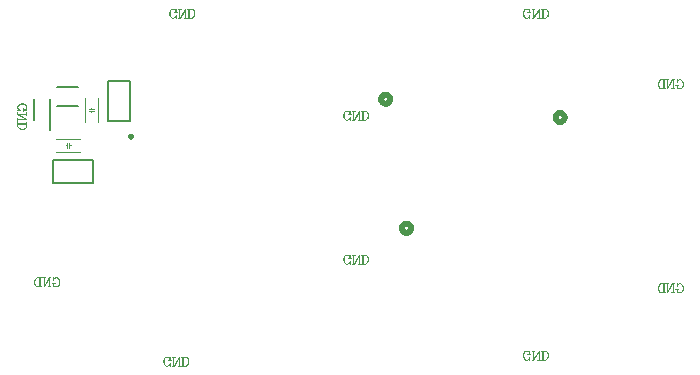
<source format=gbr>
%FSTAX23Y23*%
%MOIN*%
%SFA1B1*%

%IPPOS*%
%ADD48C,0.020000*%
%ADD49C,0.009843*%
%ADD50C,0.006000*%
%ADD51C,0.007874*%
%ADD52C,0.003937*%
%ADD53C,0.003150*%
%ADD54C,0.003000*%
G54D48*
X00106Y00291D02*
D01*
X00106Y00292*
X00106Y00293*
X00106Y00294*
X00106Y00295*
X00106Y00296*
X00105Y00297*
X00105Y00298*
X00104Y00299*
X00104Y003*
X00103Y003*
X00102Y00301*
X00101Y00302*
X00101Y00303*
X001Y00303*
X00099Y00304*
X00098Y00304*
X00097Y00305*
X00096Y00305*
X00095Y00305*
X00094Y00306*
X00093Y00306*
X00092Y00306*
X00091*
X0009Y00306*
X00089Y00306*
X00088Y00305*
X00087Y00305*
X00086Y00305*
X00085Y00304*
X00084Y00304*
X00083Y00303*
X00082Y00303*
X00081Y00302*
X00081Y00301*
X0008Y003*
X00079Y003*
X00079Y00299*
X00078Y00298*
X00078Y00297*
X00077Y00296*
X00077Y00295*
X00077Y00294*
X00077Y00293*
X00076Y00292*
X00076Y00291*
X00076Y0029*
X00077Y00289*
X00077Y00288*
X00077Y00287*
X00077Y00286*
X00078Y00285*
X00078Y00284*
X00079Y00283*
X00079Y00282*
X0008Y00281*
X00081Y0028*
X00081Y0028*
X00082Y00279*
X00083Y00278*
X00084Y00278*
X00085Y00277*
X00086Y00277*
X00087Y00277*
X00088Y00276*
X00089Y00276*
X0009Y00276*
X00091Y00276*
X00092*
X00093Y00276*
X00094Y00276*
X00095Y00276*
X00096Y00277*
X00097Y00277*
X00098Y00277*
X00099Y00278*
X001Y00278*
X00101Y00279*
X00101Y0028*
X00102Y0028*
X00103Y00281*
X00104Y00282*
X00104Y00283*
X00105Y00284*
X00105Y00285*
X00106Y00286*
X00106Y00287*
X00106Y00288*
X00106Y00289*
X00106Y0029*
X00106Y00291*
X00176Y-00139D02*
D01*
X00176Y-00138*
X00176Y-00137*
X00176Y-00136*
X00175Y-00135*
X00175Y-00134*
X00175Y-00133*
X00174Y-00132*
X00174Y-00131*
X00173Y-00131*
X00172Y-0013*
X00172Y-00129*
X00171Y-00128*
X0017Y-00128*
X00169Y-00127*
X00168Y-00126*
X00168Y-00126*
X00167Y-00126*
X00166Y-00125*
X00165Y-00125*
X00164Y-00125*
X00163Y-00125*
X00161Y-00124*
X0016*
X00159Y-00125*
X00158Y-00125*
X00157Y-00125*
X00156Y-00125*
X00155Y-00126*
X00154Y-00126*
X00153Y-00126*
X00153Y-00127*
X00152Y-00128*
X00151Y-00128*
X0015Y-00129*
X00149Y-0013*
X00149Y-00131*
X00148Y-00131*
X00148Y-00132*
X00147Y-00133*
X00147Y-00134*
X00147Y-00135*
X00146Y-00136*
X00146Y-00137*
X00146Y-00138*
X00146Y-00139*
X00146Y-0014*
X00146Y-00142*
X00146Y-00143*
X00147Y-00144*
X00147Y-00145*
X00147Y-00146*
X00148Y-00146*
X00148Y-00147*
X00149Y-00148*
X00149Y-00149*
X0015Y-0015*
X00151Y-00151*
X00152Y-00151*
X00153Y-00152*
X00153Y-00152*
X00154Y-00153*
X00155Y-00153*
X00156Y-00154*
X00157Y-00154*
X00158Y-00154*
X00159Y-00154*
X0016Y-00154*
X00161*
X00163Y-00154*
X00164Y-00154*
X00165Y-00154*
X00166Y-00154*
X00167Y-00153*
X00168Y-00153*
X00168Y-00152*
X00169Y-00152*
X0017Y-00151*
X00171Y-00151*
X00172Y-0015*
X00172Y-00149*
X00173Y-00148*
X00174Y-00147*
X00174Y-00146*
X00175Y-00146*
X00175Y-00145*
X00175Y-00144*
X00176Y-00143*
X00176Y-00142*
X00176Y-0014*
X00176Y-00139*
X00688Y0023D02*
D01*
X00688Y00231*
X00688Y00232*
X00688Y00233*
X00687Y00234*
X00687Y00235*
X00687Y00236*
X00686Y00237*
X00686Y00238*
X00685Y00239*
X00684Y0024*
X00684Y0024*
X00683Y00241*
X00682Y00242*
X00681Y00242*
X0068Y00243*
X00679Y00243*
X00678Y00244*
X00678Y00244*
X00677Y00244*
X00675Y00245*
X00674Y00245*
X00673Y00245*
X00672*
X00671Y00245*
X0067Y00245*
X00669Y00244*
X00668Y00244*
X00667Y00244*
X00666Y00243*
X00665Y00243*
X00664Y00242*
X00664Y00242*
X00663Y00241*
X00662Y0024*
X00661Y0024*
X00661Y00239*
X0066Y00238*
X0066Y00237*
X00659Y00236*
X00659Y00235*
X00658Y00234*
X00658Y00233*
X00658Y00232*
X00658Y00231*
X00658Y0023*
X00658Y00229*
X00658Y00228*
X00658Y00227*
X00658Y00226*
X00659Y00225*
X00659Y00224*
X0066Y00223*
X0066Y00222*
X00661Y00221*
X00661Y0022*
X00662Y0022*
X00663Y00219*
X00664Y00218*
X00664Y00218*
X00665Y00217*
X00666Y00216*
X00667Y00216*
X00668Y00216*
X00669Y00215*
X0067Y00215*
X00671Y00215*
X00672Y00215*
X00673*
X00674Y00215*
X00675Y00215*
X00677Y00215*
X00678Y00216*
X00678Y00216*
X00679Y00216*
X0068Y00217*
X00681Y00218*
X00682Y00218*
X00683Y00219*
X00684Y0022*
X00684Y0022*
X00685Y00221*
X00686Y00222*
X00686Y00223*
X00687Y00224*
X00687Y00225*
X00687Y00226*
X00688Y00227*
X00688Y00228*
X00688Y00229*
X00688Y0023*
G54D49*
X-00754Y00167D02*
D01*
X-00754Y00168*
X-00754Y00168*
X-00754Y00168*
X-00754Y00169*
X-00754Y00169*
X-00754Y00169*
X-00754Y0017*
X-00755Y0017*
X-00755Y0017*
X-00755Y00171*
X-00755Y00171*
X-00756Y00171*
X-00756Y00171*
X-00756Y00171*
X-00756Y00172*
X-00757Y00172*
X-00757Y00172*
X-00757Y00172*
X-00758Y00172*
X-00758Y00172*
X-00758Y00172*
X-00759Y00172*
X-00759*
X-00759Y00172*
X-0076Y00172*
X-0076Y00172*
X-0076Y00172*
X-00761Y00172*
X-00761Y00172*
X-00761Y00172*
X-00762Y00171*
X-00762Y00171*
X-00762Y00171*
X-00762Y00171*
X-00763Y00171*
X-00763Y0017*
X-00763Y0017*
X-00763Y0017*
X-00763Y00169*
X-00763Y00169*
X-00764Y00169*
X-00764Y00168*
X-00764Y00168*
X-00764Y00168*
X-00764Y00167*
X-00764Y00167*
X-00764Y00167*
X-00764Y00166*
X-00764Y00166*
X-00763Y00166*
X-00763Y00165*
X-00763Y00165*
X-00763Y00165*
X-00763Y00164*
X-00763Y00164*
X-00762Y00164*
X-00762Y00164*
X-00762Y00163*
X-00762Y00163*
X-00761Y00163*
X-00761Y00163*
X-00761Y00163*
X-0076Y00163*
X-0076Y00163*
X-0076Y00162*
X-00759Y00162*
X-00759Y00162*
X-00759*
X-00758Y00162*
X-00758Y00162*
X-00758Y00163*
X-00757Y00163*
X-00757Y00163*
X-00757Y00163*
X-00756Y00163*
X-00756Y00163*
X-00756Y00163*
X-00756Y00164*
X-00755Y00164*
X-00755Y00164*
X-00755Y00164*
X-00755Y00165*
X-00754Y00165*
X-00754Y00165*
X-00754Y00166*
X-00754Y00166*
X-00754Y00166*
X-00754Y00167*
X-00754Y00167*
X-00754Y00167*
G54D50*
X-0094Y00088D02*
X-00885D01*
Y00013D02*
Y00088D01*
X-01019Y00013D02*
X-00885D01*
X-01019D02*
Y00088D01*
X-0094*
X-0076Y00217D02*
Y00273D01*
X-00835Y00217D02*
X-0076D01*
X-00835D02*
Y00351D01*
X-0076*
Y00273D02*
Y00351D01*
G54D51*
X-01003Y0027D02*
X-00934D01*
X-01004Y00332D02*
X-00935D01*
X-0108Y00222D02*
Y00291D01*
X-01029Y0019D02*
Y00291D01*
G54D52*
X-00911Y00214D02*
Y00296D01*
X-00868Y00215D02*
Y00296D01*
X-01008Y00115D02*
X-00926D01*
X-01008Y00159D02*
X-00927D01*
G54D53*
X-0089Y00248D02*
Y00252D01*
Y0026D02*
Y00263D01*
X-00897Y0026D02*
X-00882D01*
X-00897Y00252D02*
X-00882D01*
X-00963Y00137D02*
X-00959D01*
X-00975D02*
X-00971D01*
Y00129D02*
Y00145D01*
X-00963Y00129D02*
Y00145D01*
G54D54*
X01063Y-00327D02*
X01061Y-00331D01*
Y-00323*
X01063Y-00327*
X01065Y-00324*
X0107Y-00323*
X01073*
X01077Y-00324*
X0108Y-00327*
X01081Y-0033*
X01083Y-00334*
Y-00341*
X01081Y-00345*
X0108Y-00348*
X01077Y-00351*
X01073Y-00352*
X0107*
X01065Y-00351*
X01063Y-00348*
X01073Y-00323D02*
X01075Y-00324D01*
X01078Y-00327*
X0108Y-0033*
X01081Y-00334*
Y-00341*
X0108Y-00345*
X01078Y-00348*
X01075Y-00351*
X01073Y-00352*
X01063Y-00341D02*
Y-00352D01*
X01061Y-00341D02*
Y-00352D01*
X01067Y-00341D02*
X01057D01*
X01049Y-00323D02*
Y-00352D01*
X01047Y-00323D02*
X0103Y-0035D01*
X01047Y-00325D02*
X0103Y-00352D01*
Y-00323D02*
Y-00352D01*
X01053Y-00323D02*
X01047D01*
X01034D02*
X01026D01*
X01053Y-00352D02*
X01044D01*
X01018Y-00323D02*
Y-00352D01*
X01016Y-00323D02*
Y-00352D01*
X01022Y-00323D02*
X01008D01*
X01004Y-00324*
X01001Y-00327*
X00999Y-0033*
X00998Y-00334*
Y-00341*
X00999Y-00345*
X01001Y-00348*
X01004Y-00351*
X01008Y-00352*
X01022*
X01008Y-00323D02*
X01005Y-00324D01*
X01002Y-00327*
X01001Y-0033*
X00999Y-00334*
Y-00341*
X01001Y-00345*
X01002Y-00348*
X01005Y-00351*
X01008Y-00352*
X01063Y00352D02*
X01061Y00348D01*
Y00357*
X01063Y00352*
X01065Y00355*
X0107Y00357*
X01073*
X01077Y00355*
X0108Y00352*
X01081Y00349*
X01083Y00345*
Y00338*
X01081Y00334*
X0108Y00331*
X01077Y00328*
X01073Y00327*
X0107*
X01065Y00328*
X01063Y00331*
X01073Y00357D02*
X01075Y00355D01*
X01078Y00352*
X0108Y00349*
X01081Y00345*
Y00338*
X0108Y00334*
X01078Y00331*
X01075Y00328*
X01073Y00327*
X01063Y00338D02*
Y00327D01*
X01061Y00338D02*
Y00327D01*
X01067Y00338D02*
X01057D01*
X01049Y00357D02*
Y00327D01*
X01047Y00357D02*
X0103Y00329D01*
X01047Y00354D02*
X0103Y00327D01*
Y00357D02*
Y00327D01*
X01053Y00357D02*
X01047D01*
X01034D02*
X01026D01*
X01053Y00327D02*
X01044D01*
X01018Y00357D02*
Y00327D01*
X01016Y00357D02*
Y00327D01*
X01022Y00357D02*
X01008D01*
X01004Y00355*
X01001Y00352*
X00999Y00349*
X00998Y00345*
Y00338*
X00999Y00334*
X01001Y00331*
X01004Y00328*
X01008Y00327*
X01022*
X01008Y00357D02*
X01005Y00355D01*
X01002Y00352*
X01001Y00349*
X00999Y00345*
Y00338*
X01001Y00334*
X01002Y00331*
X01005Y00328*
X01008Y00327*
X00568Y-00572D02*
X0057Y-00568D01*
Y-00577*
X00568Y-00572*
X00566Y-00575*
X00561Y-00577*
X00558*
X00554Y-00575*
X00551Y-00572*
X0055Y-00569*
X00549Y-00565*
Y-00558*
X0055Y-00554*
X00551Y-00551*
X00554Y-00548*
X00558Y-00547*
X00561*
X00566Y-00548*
X00568Y-00551*
X00558Y-00577D02*
X00556Y-00575D01*
X00553Y-00572*
X00551Y-00569*
X0055Y-00565*
Y-00558*
X00551Y-00554*
X00553Y-00551*
X00556Y-00548*
X00558Y-00547*
X00568Y-00558D02*
Y-00547D01*
X0057Y-00558D02*
Y-00547D01*
X00564Y-00558D02*
X00574D01*
X00582Y-00577D02*
Y-00547D01*
X00584Y-00577D02*
X00601Y-00549D01*
X00584Y-00574D02*
X00601Y-00547D01*
Y-00577D02*
Y-00547D01*
X00578Y-00577D02*
X00584D01*
X00597D02*
X00605D01*
X00578Y-00547D02*
X00587D01*
X00613Y-00577D02*
Y-00547D01*
X00615Y-00577D02*
Y-00547D01*
X00609Y-00577D02*
X00623D01*
X00627Y-00575*
X0063Y-00572*
X00632Y-00569*
X00633Y-00565*
Y-00558*
X00632Y-00554*
X0063Y-00551*
X00627Y-00548*
X00623Y-00547*
X00609*
X00623Y-00577D02*
X00626Y-00575D01*
X00629Y-00572*
X0063Y-00569*
X00632Y-00565*
Y-00558*
X0063Y-00554*
X00629Y-00551*
X00626Y-00548*
X00623Y-00547*
X00568Y00567D02*
X0057Y00571D01*
Y00563*
X00568Y00567*
X00566Y00564*
X00561Y00563*
X00558*
X00554Y00564*
X00551Y00567*
X0055Y0057*
X00549Y00574*
Y00581*
X0055Y00585*
X00551Y00588*
X00554Y00591*
X00558Y00592*
X00561*
X00566Y00591*
X00568Y00588*
X00558Y00563D02*
X00556Y00564D01*
X00553Y00567*
X00551Y0057*
X0055Y00574*
Y00581*
X00551Y00585*
X00553Y00588*
X00556Y00591*
X00558Y00592*
X00568Y00581D02*
Y00592D01*
X0057Y00581D02*
Y00592D01*
X00564Y00581D02*
X00574D01*
X00582Y00563D02*
Y00592D01*
X00584Y00563D02*
X00601Y0059D01*
X00584Y00565D02*
X00601Y00592D01*
Y00563D02*
Y00592D01*
X00578Y00563D02*
X00584D01*
X00597D02*
X00605D01*
X00578Y00592D02*
X00587D01*
X00613Y00563D02*
Y00592D01*
X00615Y00563D02*
Y00592D01*
X00609Y00563D02*
X00623D01*
X00627Y00564*
X0063Y00567*
X00632Y0057*
X00633Y00574*
Y00581*
X00632Y00585*
X0063Y00588*
X00627Y00591*
X00623Y00592*
X00609*
X00623Y00563D02*
X00626Y00564D01*
X00629Y00567*
X0063Y0057*
X00632Y00574*
Y00581*
X0063Y00585*
X00629Y00588*
X00626Y00591*
X00623Y00592*
X-00031Y-00252D02*
X-00029Y-00248D01*
Y-00257*
X-00031Y-00252*
X-00033Y-00255*
X-00038Y-00257*
X-00041*
X-00045Y-00255*
X-00048Y-00252*
X-00049Y-00249*
X-00051Y-00245*
Y-00238*
X-00049Y-00234*
X-00048Y-00231*
X-00045Y-00228*
X-00041Y-00227*
X-00038*
X-00033Y-00228*
X-00031Y-00231*
X-00041Y-00257D02*
X-00043Y-00255D01*
X-00046Y-00252*
X-00048Y-00249*
X-00049Y-00245*
Y-00238*
X-00048Y-00234*
X-00046Y-00231*
X-00043Y-00228*
X-00041Y-00227*
X-00031Y-00238D02*
Y-00227D01*
X-00029Y-00238D02*
Y-00227D01*
X-00035Y-00238D02*
X-00025D01*
X-00017Y-00257D02*
Y-00227D01*
X-00015Y-00257D02*
X00001Y-00229D01*
X-00015Y-00254D02*
X00001Y-00227D01*
Y-00257D02*
Y-00227D01*
X-00021Y-00257D02*
X-00015D01*
X-00002D02*
X00005D01*
X-00021Y-00227D02*
X-00012D01*
X00013Y-00257D02*
Y-00227D01*
X00015Y-00257D02*
Y-00227D01*
X00009Y-00257D02*
X00023D01*
X00027Y-00255*
X0003Y-00252*
X00032Y-00249*
X00033Y-00245*
Y-00238*
X00032Y-00234*
X0003Y-00231*
X00027Y-00228*
X00023Y-00227*
X00009*
X00023Y-00257D02*
X00026Y-00255D01*
X00029Y-00252*
X0003Y-00249*
X00032Y-00245*
Y-00238*
X0003Y-00234*
X00029Y-00231*
X00026Y-00228*
X00023Y-00227*
X-00031Y00227D02*
X-00029Y00231D01*
Y00223*
X-00031Y00227*
X-00033Y00224*
X-00038Y00223*
X-00041*
X-00045Y00224*
X-00048Y00227*
X-00049Y0023*
X-00051Y00234*
Y00241*
X-00049Y00245*
X-00048Y00248*
X-00045Y00251*
X-00041Y00252*
X-00038*
X-00033Y00251*
X-00031Y00248*
X-00041Y00223D02*
X-00043Y00224D01*
X-00046Y00227*
X-00048Y0023*
X-00049Y00234*
Y00241*
X-00048Y00245*
X-00046Y00248*
X-00043Y00251*
X-00041Y00252*
X-00031Y00241D02*
Y00252D01*
X-00029Y00241D02*
Y00252D01*
X-00035Y00241D02*
X-00025D01*
X-00017Y00223D02*
Y00252D01*
X-00015Y00223D02*
X00001Y0025D01*
X-00015Y00225D02*
X00001Y00252D01*
Y00223D02*
Y00252D01*
X-00021Y00223D02*
X-00015D01*
X-00002D02*
X00005D01*
X-00021Y00252D02*
X-00012D01*
X00013Y00223D02*
Y00252D01*
X00015Y00223D02*
Y00252D01*
X00009Y00223D02*
X00023D01*
X00027Y00224*
X0003Y00227*
X00032Y0023*
X00033Y00234*
Y00241*
X00032Y00245*
X0003Y00248*
X00027Y00251*
X00023Y00252*
X00009*
X00023Y00223D02*
X00026Y00224D01*
X00029Y00227*
X0003Y0023*
X00032Y00234*
Y00241*
X0003Y00245*
X00029Y00248*
X00026Y00251*
X00023Y00252*
X-00611Y00567D02*
X-00609Y00571D01*
Y00563*
X-00611Y00567*
X-00613Y00564*
X-00618Y00563*
X-00621*
X-00625Y00564*
X-00628Y00567*
X-00629Y0057*
X-00631Y00574*
Y00581*
X-00629Y00585*
X-00628Y00588*
X-00625Y00591*
X-00621Y00592*
X-00618*
X-00613Y00591*
X-00611Y00588*
X-00621Y00563D02*
X-00623Y00564D01*
X-00626Y00567*
X-00628Y0057*
X-00629Y00574*
Y00581*
X-00628Y00585*
X-00626Y00588*
X-00623Y00591*
X-00621Y00592*
X-00611Y00581D02*
Y00592D01*
X-00609Y00581D02*
Y00592D01*
X-00615Y00581D02*
X-00605D01*
X-00597Y00563D02*
Y00592D01*
X-00595Y00563D02*
X-00578Y0059D01*
X-00595Y00565D02*
X-00578Y00592D01*
Y00563D02*
Y00592D01*
X-00601Y00563D02*
X-00595D01*
X-00582D02*
X-00574D01*
X-00601Y00592D02*
X-00592D01*
X-00566Y00563D02*
Y00592D01*
X-00564Y00563D02*
Y00592D01*
X-0057Y00563D02*
X-00556D01*
X-00552Y00564*
X-00549Y00567*
X-00547Y0057*
X-00546Y00574*
Y00581*
X-00547Y00585*
X-00549Y00588*
X-00552Y00591*
X-00556Y00592*
X-0057*
X-00556Y00563D02*
X-00553Y00564D01*
X-0055Y00567*
X-00549Y0057*
X-00547Y00574*
Y00581*
X-00549Y00585*
X-0055Y00588*
X-00553Y00591*
X-00556Y00592*
X-01132Y00257D02*
X-01128Y00255D01*
X-01137*
X-01132Y00257*
X-01135Y00259*
X-01137Y00264*
Y00267*
X-01135Y00271*
X-01132Y00274*
X-01129Y00275*
X-01125Y00277*
X-01118*
X-01114Y00275*
X-01111Y00274*
X-01108Y00271*
X-01107Y00267*
Y00264*
X-01108Y00259*
X-01111Y00257*
X-01137Y00267D02*
X-01135Y00269D01*
X-01132Y00272*
X-01129Y00274*
X-01125Y00275*
X-01118*
X-01114Y00274*
X-01111Y00272*
X-01108Y00269*
X-01107Y00267*
X-01118Y00257D02*
X-01107D01*
X-01118Y00255D02*
X-01107D01*
X-01118Y00261D02*
Y00251D01*
X-01137Y00243D02*
X-01107D01*
X-01137Y00241D02*
X-01109Y00224D01*
X-01134Y00241D02*
X-01107Y00224D01*
X-01137D02*
X-01107D01*
X-01137Y00247D02*
Y00241D01*
Y00228D02*
Y0022D01*
X-01107Y00247D02*
Y00238D01*
X-01137Y00212D02*
X-01107D01*
X-01137Y0021D02*
X-01107D01*
X-01137Y00216D02*
Y00202D01*
X-01135Y00198*
X-01132Y00195*
X-01129Y00193*
X-01125Y00192*
X-01118*
X-01114Y00193*
X-01111Y00195*
X-01108Y00198*
X-01107Y00202*
Y00216*
X-01137Y00202D02*
X-01135Y00199D01*
X-01132Y00196*
X-01129Y00195*
X-01125Y00193*
X-01118*
X-01114Y00195*
X-01111Y00196*
X-01108Y00199*
X-01107Y00202*
X-01016Y-00307D02*
X-01018Y-00311D01*
Y-00303*
X-01016Y-00307*
X-01014Y-00304*
X-01009Y-00303*
X-01006*
X-01002Y-00304*
X-00999Y-00307*
X-00998Y-0031*
X-00997Y-00314*
Y-00321*
X-00998Y-00325*
X-00999Y-00328*
X-01002Y-00331*
X-01006Y-00332*
X-01009*
X-01014Y-00331*
X-01016Y-00328*
X-01006Y-00303D02*
X-01004Y-00304D01*
X-01001Y-00307*
X-00999Y-0031*
X-00998Y-00314*
Y-00321*
X-00999Y-00325*
X-01001Y-00328*
X-01004Y-00331*
X-01006Y-00332*
X-01016Y-00321D02*
Y-00332D01*
X-01018Y-00321D02*
Y-00332D01*
X-01012Y-00321D02*
X-01022D01*
X-0103Y-00303D02*
Y-00332D01*
X-01032Y-00303D02*
X-01049Y-0033D01*
X-01032Y-00305D02*
X-01049Y-00332D01*
Y-00303D02*
Y-00332D01*
X-01026Y-00303D02*
X-01032D01*
X-01045D02*
X-01053D01*
X-01026Y-00332D02*
X-01035D01*
X-01061Y-00303D02*
Y-00332D01*
X-01063Y-00303D02*
Y-00332D01*
X-01057Y-00303D02*
X-01071D01*
X-01075Y-00304*
X-01078Y-00307*
X-0108Y-0031*
X-01081Y-00314*
Y-00321*
X-0108Y-00325*
X-01078Y-00328*
X-01075Y-00331*
X-01071Y-00332*
X-01057*
X-01071Y-00303D02*
X-01074Y-00304D01*
X-01077Y-00307*
X-01078Y-0031*
X-0108Y-00314*
Y-00321*
X-01078Y-00325*
X-01077Y-00328*
X-01074Y-00331*
X-01071Y-00332*
X-00631Y-00592D02*
X-00629Y-00588D01*
Y-00597*
X-00631Y-00592*
X-00633Y-00595*
X-00638Y-00597*
X-00641*
X-00645Y-00595*
X-00648Y-00592*
X-00649Y-00589*
X-00651Y-00585*
Y-00578*
X-00649Y-00574*
X-00648Y-00571*
X-00645Y-00568*
X-00641Y-00567*
X-00638*
X-00633Y-00568*
X-00631Y-00571*
X-00641Y-00597D02*
X-00643Y-00595D01*
X-00646Y-00592*
X-00648Y-00589*
X-00649Y-00585*
Y-00578*
X-00648Y-00574*
X-00646Y-00571*
X-00643Y-00568*
X-00641Y-00567*
X-00631Y-00578D02*
Y-00567D01*
X-00629Y-00578D02*
Y-00567D01*
X-00635Y-00578D02*
X-00625D01*
X-00617Y-00597D02*
Y-00567D01*
X-00615Y-00597D02*
X-00598Y-00569D01*
X-00615Y-00594D02*
X-00598Y-00567D01*
Y-00597D02*
Y-00567D01*
X-00621Y-00597D02*
X-00615D01*
X-00602D02*
X-00594D01*
X-00621Y-00567D02*
X-00612D01*
X-00586Y-00597D02*
Y-00567D01*
X-00584Y-00597D02*
Y-00567D01*
X-0059Y-00597D02*
X-00576D01*
X-00572Y-00595*
X-00569Y-00592*
X-00567Y-00589*
X-00566Y-00585*
Y-00578*
X-00567Y-00574*
X-00569Y-00571*
X-00572Y-00568*
X-00576Y-00567*
X-0059*
X-00576Y-00597D02*
X-00573Y-00595D01*
X-0057Y-00592*
X-00569Y-00589*
X-00567Y-00585*
Y-00578*
X-00569Y-00574*
X-0057Y-00571*
X-00573Y-00568*
X-00576Y-00567*
M02*
</source>
